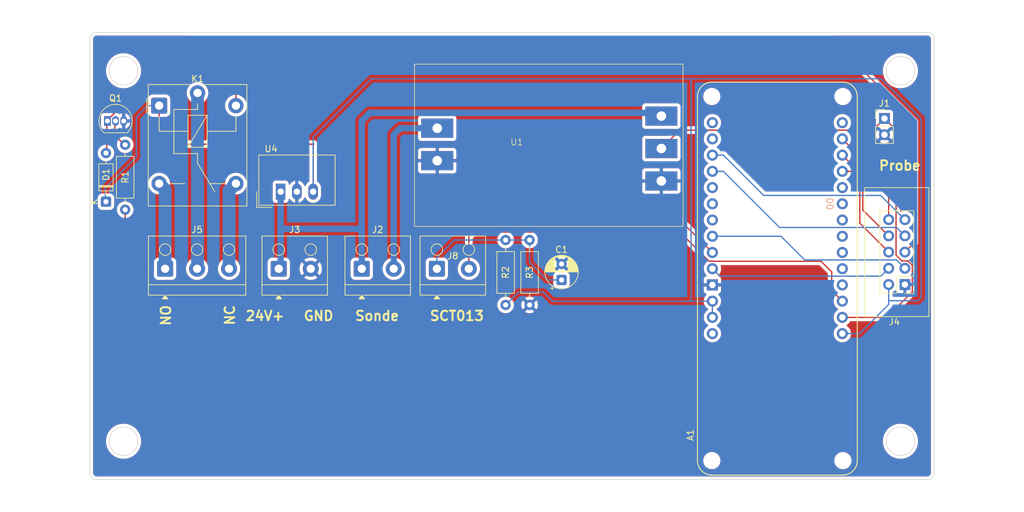
<source format=kicad_pcb>
(kicad_pcb (version 20241229) (generator "pcbnew") (generator_version "9.0")
  (title_block (title "24V, SCT033 Vertical") (date "2025-05-12") (rev "1.0"))
  (layers (0 "F.Cu" signal) (2 "B.Cu" signal) (13 "F.Paste" user) (15 "B.Paste" user) (5 "F.SilkS" user "F.Silkscreen") (7 "B.SilkS" user "B.Silkscreen") (1 "F.Mask" user) (3 "B.Mask" user) (25 "Edge.Cuts" user))
  (property "VERSION" "1.0")
  (net 0 "")
  (net 1 "SCL")
  (net 6 "SDA")
  (net 9 "VCC")
  (net 11 "CS")
  (net 13 "Net-(A1-A0{slash}DAC)")
  (net 16 "/K")
  (net 17 "GND")
  (net 18 "MODE")
  (net 20 "RST")
  (net 22 "Reset")
  (net 23 "DC")
  (net 24 "VALVE")
  (net 25 "/Sonde Output")
  (net 26 "VCC24")
  (net 27 "/Ventil")
  (net 28 "/Zisterne")
  (net 29 "/Hauswasser")
  (net 30 "/L")
  (net 32 "STATE")
  (net 33 "Net-(Q1-B)")
  (footprint "Resistor_THT:R_Axial_DIN0207_L6.3mm_D2.5mm_P10.16mm_Horizontal" (layer "F.Cu") (at 141.75 99.66 90)
    (property "Reference" "R3" (at 5.08 0 90) (layer "F.SilkS"))
    (property "Value" "10k")
    (fp_line (start 9.12 0) (end 8.35 0) (stroke (width 0.12)) (layer "F.SilkS"))
    (fp_line (start 1.04 0) (end 1.81 0) (stroke (width 0.12)) (layer "F.SilkS"))
    (fp_rect (start 1.81 -1.37) (end 8.35 1.37) (stroke (width 0.12)) (fill no) (layer "F.SilkS"))
    (pad "1" thru_hole circle (at 0 0 90) (size 1.6 1.6) (drill 0.8) (layers "*.Cu" "*.Mask") (net 17 "GND"))
    (pad "2" thru_hole circle (at 10.16 0 90) (size 1.6 1.6) (drill 0.8) (layers "*.Cu" "*.Mask") (net 30 "/L"))
  )
  (footprint "Connector_PinHeader_2.54mm:PinHeader_1x02_P2.54mm_Vertical" (layer "F.Cu") (at 197.25 70.475)
    (property "Reference" "J1" (at 0 -2.38 0) (layer "F.SilkS"))
    (property "Value" "Probe")
    (fp_line (start -1.38 -1.38) (end 0 -1.38) (stroke (width 0.12)) (layer "F.SilkS"))
    (fp_line (start -1.38 0) (end -1.38 -1.38) (stroke (width 0.12)) (layer "F.SilkS"))
    (fp_line (start -1.38 1.27) (end -1.38 3.92) (stroke (width 0.12)) (layer "F.SilkS"))
    (fp_line (start -1.38 1.27) (end 1.38 1.27) (stroke (width 0.12)) (layer "F.SilkS"))
    (fp_line (start -1.38 3.92) (end 1.38 3.92) (stroke (width 0.12)) (layer "F.SilkS"))
    (fp_line (start 1.38 1.27) (end 1.38 3.92) (stroke (width 0.12)) (layer "F.SilkS"))
    (pad "1" thru_hole rect (at 0 0) (size 1.7 1.7) (drill 1) (layers "*.Cu" "*.Mask") (net 13 "Net-(A1-A0{slash}DAC)"))
    (pad "2" thru_hole circle (at 0 2.54) (size 1.7 1.7) (drill 1) (layers "*.Cu" "*.Mask") (net 17 "GND"))
  )
  (footprint "TerminalBlock_RND:TerminalBlock_RND_205-00001_1x02_P5.00mm_Horizontal" (layer "F.Cu") (at 127.25 94)
    (property "Reference" "J8" (at 2.5 -2 0) (layer "F.SilkS"))
    (property "Value" "SCT013")
    (fp_line (start -2.62 -5.12) (end 7.62 -5.12) (stroke (width 0.12)) (layer "F.SilkS"))
    (fp_line (start -2.62 2.5) (end 7.62 2.5) (stroke (width 0.12)) (layer "F.SilkS"))
    (fp_line (start -2.62 4.12) (end -2.62 -5.12) (stroke (width 0.12)) (layer "F.SilkS"))
    (fp_line (start -0.3 4.12) (end -2.62 4.12) (stroke (width 0.12)) (layer "F.SilkS"))
    (fp_line (start 7.62 -5.12) (end 7.62 4.12) (stroke (width 0.12)) (layer "F.SilkS"))
    (fp_line (start 7.62 4.12) (end 0.3 4.12) (stroke (width 0.12)) (layer "F.SilkS"))
    (fp_circle (center 0 -3) (end 0.9 -3) (stroke (width 0.12)) (fill no) (layer "F.SilkS"))
    (fp_circle (center 5 -3) (end 5.9 -3) (stroke (width 0.12)) (fill no) (layer "F.SilkS"))
    (fp_poly (pts (xy 0 4.12) (xy 0.44 4.73) (xy -0.44 4.73)) (stroke (width 0.12)) (fill yes) (layer "F.SilkS"))
    (pad "1" thru_hole roundrect (at 0 0) (size 2.5 2.5) (drill 1.3) (layers "*.Cu" "*.Mask") (roundrect_rratio 0.1) (net 30 "/L"))
    (pad "2" thru_hole circle (at 5 0) (size 2.5 2.5) (drill 1.3) (layers "*.Cu" "*.Mask") (net 16 "/K"))
  )
  (footprint "Diode_THT:D_DO-35_SOD27_P7.62mm_Horizontal" (layer "F.Cu") (at 75.5 83.5 90)
    (property "Reference" "D1" (at 4.25 0 90) (layer "F.SilkS"))
    (property "Value" "1N4148")
    (fp_line (start 2.53 -1.12) (end 2.53 1.12) (stroke (width 0.12)) (layer "F.SilkS"))
    (fp_line (start 2.41 -1.12) (end 2.41 1.12) (stroke (width 0.12)) (layer "F.SilkS"))
    (fp_line (start 2.29 -1.12) (end 2.29 1.12) (stroke (width 0.12)) (layer "F.SilkS"))
    (fp_line (start 6.58 0) (end 5.93 0) (stroke (width 0.12)) (layer "F.SilkS"))
    (fp_line (start 1.04 0) (end 1.69 0) (stroke (width 0.12)) (layer "F.SilkS"))
    (fp_rect (start 1.69 -1.12) (end 5.93 1.12) (stroke (width 0.12)) (fill no) (layer "F.SilkS"))
    (fp_text user "K" (at 0 -1.8 90) (layer "F.SilkS"))
    (pad "1" thru_hole roundrect (at 0 0 90) (size 1.6 1.6) (drill 0.8) (layers "*.Cu" "*.Mask") (roundrect_rratio 0.15625) (net 9 "VCC"))
    (pad "2" thru_hole circle (at 7.62 0 90) (size 1.6 1.6) (drill 0.8) (layers "*.Cu" "*.Mask") (net 32 "STATE"))
  )
  (footprint "TerminalBlock_RND:TerminalBlock_RND_205-00001_1x02_P5.00mm_Horizontal" (layer "F.Cu") (at 102.523 94)
    (property "Reference" "J3" (at 2.5 -6.12 0) (layer "F.SilkS"))
    (property "Value" "Power")
    (fp_line (start -2.62 -5.12) (end 7.62 -5.12) (stroke (width 0.12)) (layer "F.SilkS"))
    (fp_line (start -2.62 2.5) (end 7.62 2.5) (stroke (width 0.12)) (layer "F.SilkS"))
    (fp_line (start -2.62 4.12) (end -2.62 -5.12) (stroke (width 0.12)) (layer "F.SilkS"))
    (fp_line (start -0.3 4.12) (end -2.62 4.12) (stroke (width 0.12)) (layer "F.SilkS"))
    (fp_line (start 7.62 -5.12) (end 7.62 4.12) (stroke (width 0.12)) (layer "F.SilkS"))
    (fp_line (start 7.62 4.12) (end 0.3 4.12) (stroke (width 0.12)) (layer "F.SilkS"))
    (fp_circle (center 0 -3) (end 0.9 -3) (stroke (width 0.12)) (fill no) (layer "F.SilkS"))
    (fp_circle (center 5 -3) (end 5.9 -3) (stroke (width 0.12)) (fill no) (layer "F.SilkS"))
    (fp_poly (pts (xy 0 4.12) (xy 0.44 4.73) (xy -0.44 4.73)) (stroke (width 0.12)) (fill yes) (layer "F.SilkS"))
    (pad "1" thru_hole roundrect (at 0 0) (size 2.5 2.5) (drill 1.3) (layers "*.Cu" "*.Mask") (roundrect_rratio 0.1) (net 26 "VCC24"))
    (pad "2" thru_hole circle (at 5 0) (size 2.5 2.5) (drill 1.3) (layers "*.Cu" "*.Mask") (net 17 "GND"))
  )
  (footprint "PCM_arduino-library:Arduino_MKR_Zero_Socket" (layer "F.Cu") (at 170.25 124.0348 90)
    (property "Reference" "A1" (at 4 -3.35 90) (layer "F.SilkS"))
    (property "Value" "Arduino_MKR_Zero_Socket")
    (fp_line (start 0 -2.25) (end 57 -2.25) (stroke (width 0.15)) (layer "F.SilkS"))
    (fp_line (start 59.25 20.5) (end 59.25 0) (stroke (width 0.15)) (layer "F.SilkS"))
    (fp_line (start -2.25 20.5) (end -2.25 0) (stroke (width 0.15)) (layer "F.SilkS"))
    (fp_line (start 0 22.75) (end 57 22.75) (stroke (width 0.15)) (layer "F.SilkS"))
    (fp_arc (start 57 -2.25) (mid 58.59099 -1.59099) (end 59.25 0) (stroke (width 0.15)) (layer "F.SilkS"))
    (fp_arc (start -2.25 0) (mid -1.59099 -1.59099) (end 0 -2.25) (stroke (width 0.15)) (layer "F.SilkS"))
    (fp_arc (start 59.25 20.5) (mid 58.59099 22.09099) (end 57 22.75) (stroke (width 0.15)) (layer "F.SilkS"))
    (fp_arc (start 0 22.75) (mid -1.59099 22.09099) (end -2.25 20.5) (stroke (width 0.15)) (layer "F.SilkS"))
    (fp_text user "D0" (at 40.2048 18.505 90) (layer "F.SilkS"))
    (fp_text user "D0" (at 40.2048 18.505 90) (layer "B.SilkS") (effects (justify mirror)))
    (pad "" np_thru_hole circle (at 0 0 90) (size 2.2 2.2) (drill 2.2) (layers "*.Cu" "*.Mask"))
    (pad "" np_thru_hole circle (at 0 20.5 90) (size 2.2 2.2) (drill 2.2) (layers "*.Cu" "*.Mask"))
    (pad "" np_thru_hole circle (at 57 0 90) (size 2.2 2.2) (drill 2.2) (layers "*.Cu" "*.Mask"))
    (pad "" np_thru_hole circle (at 57 20.5 90) (size 2.2 2.2) (drill 2.2) (layers "*.Cu" "*.Mask"))
    (pad "3V3" thru_hole circle (at 24.9648 0.09 90) (size 1.7272 1.7272) (drill 1.016) (layers "*.Cu" "*.Mask") (net 9 "VCC"))
    (pad "5V" thru_hole circle (at 19.8848 0.09 90) (size 1.7272 1.7272) (drill 1.016) (layers "*.Cu" "*.Mask"))
    (pad "A0" thru_hole circle (at 22.4248 20.41 90) (size 1.7272 1.7272) (drill 1.016) (layers "*.Cu" "*.Mask") (net 13 "Net-(A1-A0{slash}DAC)"))
    (pad "A1" thru_hole circle (at 24.9648 20.41 90) (size 1.7272 1.7272) (drill 1.016) (layers "*.Cu" "*.Mask") (net 16 "/K"))
    (pad "A2" thru_hole circle (at 27.5048 20.41 90) (size 1.7272 1.7272) (drill 1.016) (layers "*.Cu" "*.Mask"))
    (pad "A3" thru_hole circle (at 30.0448 20.41 90) (size 1.7272 1.7272) (drill 1.016) (layers "*.Cu" "*.Mask"))
    (pad "A4" thru_hole circle (at 32.5848 20.41 90) (size 1.7272 1.7272) (drill 1.016) (layers "*.Cu" "*.Mask"))
    (pad "A5" thru_hole circle (at 35.1248 20.41 90) (size 1.7272 1.7272) (drill 1.016) (layers "*.Cu" "*.Mask"))
    (pad "A6" thru_hole circle (at 37.6648 20.41 90) (size 1.7272 1.7272) (drill 1.016) (layers "*.Cu" "*.Mask"))
    (pad "AREF" thru_hole circle (at 19.8848 20.41 90) (size 1.7272 1.7272) (drill 1.016) (layers "*.Cu" "*.Mask") (net 9 "VCC"))
    (pad "D0" thru_hole circle (at 40.2048 20.41 90) (size 1.7272 1.7272) (drill 1.016) (layers "*.Cu" "*.Mask"))
    (pad "D1" thru_hole circle (at 42.7448 20.41 90) (size 1.7272 1.7272) (drill 1.016) (layers "*.Cu" "*.Mask"))
    (pad "D2" thru_hole circle (at 45.2848 20.41 90) (size 1.7272 1.7272) (drill 1.016) (layers "*.Cu" "*.Mask") (net 11 "CS"))
    (pad "D3" thru_hole circle (at 47.8248 20.41 90) (size 1.7272 1.7272) (drill 1.016) (layers "*.Cu" "*.Mask") (net 23 "DC"))
    (pad "D4" thru_hole circle (at 50.3648 20.41 90) (size 1.7272 1.7272) (drill 1.016) (layers "*.Cu" "*.Mask") (net 20 "RST"))
    (pad "D5" thru_hole circle (at 52.9048 20.41 90) (size 1.7272 1.7272) (drill 1.016) (layers "*.Cu" "*.Mask"))
    (pad "D6" thru_hole circle (at 52.9048 0.09 90) (size 1.7272 1.7272) (drill 1.016) (layers "*.Cu" "*.Mask"))
    (pad "D7" thru_hole circle (at 50.3648 0.09 90) (size 1.7272 1.7272) (drill 1.016) (layers "*.Cu" "*.Mask"))
    (pad "D8" thru_hole circle (at 47.8248 0.09 90) (size 1.7272 1.7272) (drill 1.016) (layers "*.Cu" "*.Mask") (net 6 "SDA"))
    (pad "D9" thru_hole circle (at 45.2848 0.09 90) (size 1.7272 1.7272) (drill 1.016) (layers "*.Cu" "*.Mask") (net 1 "SCL"))
    (pad "D10" thru_hole circle (at 42.7448 0.09 90) (size 1.7272 1.7272) (drill 1.016) (layers "*.Cu" "*.Mask"))
    (pad "D11" thru_hole circle (at 40.2048 0.09 90) (size 1.7272 1.7272) (drill 1.016) (layers "*.Cu" "*.Mask"))
    (pad "D12" thru_hole circle (at 37.6648 0.09 90) (size 1.7272 1.7272) (drill 1.016) (layers "*.Cu" "*.Mask"))
    (pad "D13" thru_hole circle (at 35.1248 0.09 90) (size 1.7272 1.7272) (drill 1.016) (layers "*.Cu" "*.Mask") (net 18 "MODE"))
    (pad "D14" thru_hole circle (at 32.5848 0.09 90) (size 1.7272 1.7272) (drill 1.016) (layers "*.Cu" "*.Mask") (net 24 "VALVE"))
    (pad "GND" thru_hole rect (at 27.5048 0.09 90) (size 1.7272 1.7272) (drill 1.016) (layers "*.Cu" "*.Mask") (net 17 "GND"))
    (pad "RST" thru_hole circle (at 30.0448 0.09 90) (size 1.7272 1.7272) (drill 1.016) (layers "*.Cu" "*.Mask") (net 22 "Reset"))
    (pad "VIN" thru_hole circle (at 22.4248 0.09 90) (size 1.7272 1.7272) (drill 1.016) (layers "*.Cu" "*.Mask") (net 9 "VCC"))
  )
  (footprint "Converter_DCDC:Converter_DCDC_TRACO_TSR-1_THT" (layer "F.Cu") (at 102.8175 81.9325)
    (property "Reference" "U4" (at -1.5 -6.71 0) (layer "F.SilkS"))
    (property "Value" "TSR_1-2433")
    (fp_line (start -3.75 0) (end -3.75 2.45) (stroke (width 0.12)) (layer "F.SilkS"))
    (fp_line (start -3.75 2.45) (end -1.42 2.45) (stroke (width 0.12)) (layer "F.SilkS"))
    (fp_line (start -3.42 -5.73) (end 8.52 -5.73) (stroke (width 0.12)) (layer "F.SilkS"))
    (fp_line (start -3.42 2.12) (end -3.42 -5.73) (stroke (width 0.12)) (layer "F.SilkS"))
    (fp_line (start 8.52 -5.73) (end 8.52 2.12) (stroke (width 0.12)) (layer "F.SilkS"))
    (fp_line (start 8.52 2.12) (end -3.42 2.12) (stroke (width 0.12)) (layer "F.SilkS"))
    (pad "1" thru_hole rect (at 0 0) (size 1.5 2.5) (drill 1) (layers "*.Cu" "*.Mask") (net 26 "VCC24"))
    (pad "2" thru_hole oval (at 2.54 0) (size 1.5 2.5) (drill 1) (layers "*.Cu" "*.Mask") (net 17 "GND"))
    (pad "3" thru_hole oval (at 5.08 0) (size 1.5 2.5) (drill 1) (layers "*.Cu" "*.Mask") (net 9 "VCC"))
  )
  (footprint "My Library:WSL 10G" (layer "F.Cu") (at 200.45 96.4675 180)
    (property "Reference" "J4" (at 1.651 -5.842 180) (layer "F.SilkS"))
    (property "Value" "D_Connector")
    (fp_line (start 3.92 -1.38) (end 3.92 11.54) (stroke (width 0.12)) (layer "F.SilkS"))
    (fp_line (start 1.27 1.27) (end 1.27 -1.38) (stroke (width 0.12)) (layer "F.SilkS"))
    (fp_line (start 1.27 -1.38) (end 3.92 -1.38) (stroke (width 0.12)) (layer "F.SilkS"))
    (fp_line (start -1.38 11.54) (end 3.92 11.54) (stroke (width 0.12)) (layer "F.SilkS"))
    (fp_line (start -1.38 1.27) (end 1.27 1.27) (stroke (width 0.12)) (layer "F.SilkS"))
    (fp_line (start -1.38 1.27) (end -1.38 11.54) (stroke (width 0.12)) (layer "F.SilkS"))
    (fp_line (start -1.38 0) (end -1.38 -1.38) (stroke (width 0.12)) (layer "F.SilkS"))
    (fp_line (start -1.38 -1.397) (end 0 -1.397) (stroke (width 0.12)) (layer "F.SilkS"))
    (fp_rect (start -3.7465 -5.0165) (end 6.2865 15.1765) (stroke (width 0.12)) (fill no) (layer "F.SilkS"))
    (pad "1" thru_hole rect (at 0 0 180) (size 1.7 1.7) (drill 1) (layers "*.Cu" "*.Mask") (net 17 "GND"))
    (pad "2" thru_hole circle (at 2.54 0 180) (size 1.7 1.7) (drill 1) (layers "*.Cu" "*.Mask") (net 9 "VCC"))
    (pad "3" thru_hole circle (at 0 2.54 180) (size 1.7 1.7) (drill 1) (layers "*.Cu" "*.Mask") (net 18 "MODE"))
    (pad "4" thru_hole circle (at 2.54 2.54 180) (size 1.7 1.7) (drill 1) (layers "*.Cu" "*.Mask") (net 22 "Reset"))
    (pad "5" thru_hole circle (at 0 5.08 180) (size 1.7 1.7) (drill 1) (layers "*.Cu" "*.Mask") (net 32 "STATE"))
    (pad "6" thru_hole circle (at 2.54 5.08 180) (size 1.7 1.7) (drill 1) (layers "*.Cu" "*.Mask") (net 11 "CS"))
    (pad "7" thru_hole circle (at 0 7.62 180) (size 1.7 1.7) (drill 1) (layers "*.Cu" "*.Mask") (net 1 "SCL"))
    (pad "8" thru_hole circle (at 2.54 7.62 180) (size 1.7 1.7) (drill 1) (layers "*.Cu" "*.Mask") (net 23 "DC"))
    (pad "9" thru_hole circle (at 0 10.16 180) (size 1.7 1.7) (drill 1) (layers "*.Cu" "*.Mask") (net 6 "SDA"))
    (pad "10" thru_hole circle (at 2.54 10.16 180) (size 1.7 1.7) (drill 1) (layers "*.Cu" "*.Mask") (net 20 "RST"))
  )
  (footprint "Resistor_THT:R_Axial_DIN0207_L6.3mm_D2.5mm_P10.16mm_Horizontal" (layer "F.Cu") (at 138 89.5 -90)
    (property "Reference" "R2" (at 5.08 0 270) (layer "F.SilkS"))
    (property "Value" "10k")
    (fp_line (start 1.04 0) (end 1.81 0) (stroke (width 0.12)) (layer "F.SilkS"))
    (fp_line (start 9.12 0) (end 8.35 0) (stroke (width 0.12)) (layer "F.SilkS"))
    (fp_rect (start 1.81 -1.37) (end 8.35 1.37) (stroke (width 0.12)) (fill no) (layer "F.SilkS"))
    (pad "1" thru_hole circle (at 0 0 270) (size 1.6 1.6) (drill 0.8) (layers "*.Cu" "*.Mask") (net 30 "/L"))
    (pad "2" thru_hole circle (at 10.16 0 270) (size 1.6 1.6) (drill 0.8) (layers "*.Cu" "*.Mask") (net 9 "VCC"))
  )
  (footprint "Resistor_THT:R_Axial_DIN0207_L6.3mm_D2.5mm_P10.16mm_Horizontal" (layer "F.Cu") (at 78.5 84.75 90)
    (property "Reference" "R1" (at 5.08 0 90) (layer "F.SilkS"))
    (property "Value" "330")
    (fp_line (start 9.12 0) (end 8.35 0) (stroke (width 0.12)) (layer "F.SilkS"))
    (fp_line (start 1.04 0) (end 1.81 0) (stroke (width 0.12)) (layer "F.SilkS"))
    (fp_rect (start 1.81 -1.37) (end 8.35 1.37) (stroke (width 0.12)) (fill no) (layer "F.SilkS"))
    (pad "1" thru_hole circle (at 0 0 90) (size 1.6 1.6) (drill 0.8) (layers "*.Cu" "*.Mask") (net 24 "VALVE"))
    (pad "2" thru_hole circle (at 10.16 0 90) (size 1.6 1.6) (drill 0.8) (layers "*.Cu" "*.Mask") (net 33 "Net-(Q1-B)"))
  )
  (footprint "Relay_THT:Relay_SPDT_Finder_36.11" (layer "F.Cu") (at 83.8175 68.467)
    (property "Reference" "K1" (at 6 -4.2 0) (layer "F.SilkS"))
    (property "Value" "FINDER-36.11")
    (fp_line (start -1.95 -1.15) (end -1.95 1.15) (stroke (width 0.12)) (layer "F.SilkS"))
    (fp_line (start -1.71 15.7) (end -1.71 -3.31) (stroke (width 0.12)) (layer "F.SilkS"))
    (fp_line (start 0 1.7) (end 0 4) (stroke (width 0.12)) (layer "F.SilkS"))
    (fp_line (start 1.7 12.2) (end 4 12.2) (stroke (width 0.12)) (layer "F.SilkS"))
    (fp_line (start 2.3 7.5) (end 2.3 0.6) (stroke (width 0.12)) (layer "F.SilkS"))
    (fp_line (start 4.5 1.5) (end 7.5 1.5) (stroke (width 0.12)) (layer "F.SilkS"))
    (fp_line (start 4.5 4) (end 0 4) (stroke (width 0.12)) (layer "F.SilkS"))
    (fp_line (start 4.5 6.5) (end 4.5 1.5) (stroke (width 0.12)) (layer "F.SilkS"))
    (fp_line (start 4.5 6.5) (end 7.5 1.5) (stroke (width 0.12)) (layer "F.SilkS"))
    (fp_line (start 4.8 -3.31) (end -1.71 -3.31) (stroke (width 0.12)) (layer "F.SilkS"))
    (fp_line (start 6 0.6) (end 2.3 0.6) (stroke (width 0.12)) (layer "F.SilkS"))
    (fp_line (start 6 0.6) (end 6 -0.3) (stroke (width 0.12)) (layer "F.SilkS"))
    (fp_line (start 6 7.5) (end 2.3 7.5) (stroke (width 0.12)) (layer "F.SilkS"))
    (fp_line (start 6 7.5) (end 6 9) (stroke (width 0.12)) (layer "F.SilkS"))
    (fp_line (start 6 9) (end 8.7 13.5) (stroke (width 0.12)) (layer "F.SilkS"))
    (fp_line (start 7.5 1.5) (end 7.5 6.5) (stroke (width 0.12)) (layer "F.SilkS"))
    (fp_line (start 7.5 6.5) (end 4.5 6.5) (stroke (width 0.12)) (layer "F.SilkS"))
    (fp_line (start 10.3 12.2) (end 8 12.2) (stroke (width 0.12)) (layer "F.SilkS"))
    (fp_line (start 12 4) (end 7.5 4) (stroke (width 0.12)) (layer "F.SilkS"))
    (fp_line (start 12 4) (end 12 1.7) (stroke (width 0.12)) (layer "F.SilkS"))
    (fp_line (start 13.71 -3.31) (end 7.2 -3.31) (stroke (width 0.12)) (layer "F.SilkS"))
    (fp_line (start 13.71 -3.31) (end 13.71 15.71) (stroke (width 0.12)) (layer "F.SilkS"))
    (fp_line (start 13.71 15.71) (end -1.71 15.71) (stroke (width 0.12)) (layer "F.SilkS"))
    (pad "11" thru_hole circle (at 6 -2) (size 2.4 2.4) (drill 1.3) (layers "*.Cu" "*.Mask") (net 27 "/Ventil"))
    (pad "12" thru_hole circle (at 12 12.2) (size 2.4 2.4) (drill 1.3) (layers "*.Cu" "*.Mask") (net 28 "/Zisterne"))
    (pad "14" thru_hole circle (at 0 12.2) (size 2.4 2.4) (drill 1.3) (layers "*.Cu" "*.Mask") (net 29 "/Hauswasser"))
    (pad "A1" thru_hole roundrect (at 0 0) (size 2.5 2.5) (drill 1.3) (layers "*.Cu" "*.Mask") (roundrect_rratio 0.1) (net 9 "VCC"))
    (pad "A2" thru_hole circle (at 12 0) (size 2.4 2.4) (drill 1.3) (layers "*.Cu" "*.Mask") (net 32 "STATE"))
  )
  (footprint "My Library:Konverter" (layer "F.Cu") (at 139.75 74.667)
    (property "Reference" "U1" (at 0 -0.5 0) (layer "F.SilkS") (effects (font (thickness 0.1))))
    (property "Value" "~")
    (fp_rect (start -16 -12.7) (end 26 12.7) (stroke (width 0.1)) (fill no) (layer "F.SilkS"))
    (pad "1" thru_hole rect (at -12.446 -2.667) (size 5 3) (drill 1.5) (layers "*.Cu" "*.Mask") (net 25 "/Sonde Output"))
    (pad "2" thru_hole rect (at -12.446 2.413) (size 5 3) (drill 1.5) (layers "*.Cu" "*.Mask") (net 17 "GND"))
    (pad "3" thru_hole rect (at 22.606 -4.572) (size 5 3) (drill 1.5) (layers "*.Cu" "*.Mask") (net 26 "VCC24"))
    (pad "4" thru_hole rect (at 22.606 0.508) (size 5 3) (drill 1.5) (layers "*.Cu" "*.Mask") (net 13 "Net-(A1-A0{slash}DAC)"))
    (pad "5" thru_hole rect (at 22.606 5.588) (size 5 3) (drill 1.5) (layers "*.Cu" "*.Mask") (net 17 "GND"))
  )
  (footprint "TerminalBlock_RND:TerminalBlock_RND_205-00002_1x03_P5.00mm_Horizontal" (layer "F.Cu") (at 84.75 94)
    (property "Reference" "J5" (at 5 -6.12 0) (layer "F.SilkS"))
    (property "Value" "HayRain 3 Way")
    (fp_line (start -2.62 -5.12) (end 12.62 -5.12) (stroke (width 0.12)) (layer "F.SilkS"))
    (fp_line (start -2.62 2.5) (end 12.62 2.5) (stroke (width 0.12)) (layer "F.SilkS"))
    (fp_line (start -2.62 4.12) (end -2.62 -5.12) (stroke (width 0.12)) (layer "F.SilkS"))
    (fp_line (start -0.3 4.12) (end -2.62 4.12) (stroke (width 0.12)) (layer "F.SilkS"))
    (fp_line (start 12.62 -5.12) (end 12.62 4.12) (stroke (width 0.12)) (layer "F.SilkS"))
    (fp_line (start 12.62 4.12) (end 0.3 4.12) (stroke (width 0.12)) (layer "F.SilkS"))
    (fp_circle (center 0 -3) (end 0.9 -3) (stroke (width 0.12)) (fill no) (layer "F.SilkS"))
    (fp_circle (center 5 -3) (end 5.9 -3) (stroke (width 0.12)) (fill no) (layer "F.SilkS"))
    (fp_circle (center 10 -3) (end 10.9 -3) (stroke (width 0.12)) (fill no) (layer "F.SilkS"))
    (fp_poly (pts (xy 0 4.12) (xy 0.44 4.73) (xy -0.44 4.73)) (stroke (width 0.12)) (fill yes) (layer "F.SilkS"))
    (pad "1" thru_hole roundrect (at 0 0) (size 2.5 2.5) (drill 1.3) (layers "*.Cu" "*.Mask") (roundrect_rratio 0.1) (net 29 "/Hauswasser"))
    (pad "2" thru_hole circle (at 5 0) (size 2.5 2.5) (drill 1.3) (layers "*.Cu" "*.Mask") (net 27 "/Ventil"))
    (pad "3" thru_hole circle (at 10 0) (size 2.5 2.5) (drill 1.3) (layers "*.Cu" "*.Mask") (net 28 "/Zisterne"))
  )
  (footprint "TerminalBlock_RND:TerminalBlock_RND_205-00001_1x02_P5.00mm_Horizontal" (layer "F.Cu") (at 115.5 94)
    (property "Reference" "J2" (at 2.5 -6.12 0) (layer "F.SilkS"))
    (property "Value" "Sonde")
    (fp_line (start -2.62 -5.12) (end 7.62 -5.12) (stroke (width 0.12)) (layer "F.SilkS"))
    (fp_line (start -2.62 2.5) (end 7.62 2.5) (stroke (width 0.12)) (layer "F.SilkS"))
    (fp_line (start -2.62 4.12) (end -2.62 -5.12) (stroke (width 0.12)) (layer "F.SilkS"))
    (fp_line (start -0.3 4.12) (end -2.62 4.12) (stroke (width 0.12)) (layer "F.SilkS"))
    (fp_line (start 7.62 -5.12) (end 7.62 4.12) (stroke (width 0.12)) (layer "F.SilkS"))
    (fp_line (start 7.62 4.12) (end 0.3 4.12) (stroke (width 0.12)) (layer "F.SilkS"))
    (fp_circle (center 0 -3) (end 0.9 -3) (stroke (width 0.12)) (fill no) (layer "F.SilkS"))
    (fp_circle (center 5 -3) (end 5.9 -3) (stroke (width 0.12)) (fill no) (layer "F.SilkS"))
    (fp_poly (pts (xy 0 4.12) (xy 0.44 4.73) (xy -0.44 4.73)) (stroke (width 0.12)) (fill yes) (layer "F.SilkS"))
    (pad "1" thru_hole roundrect (at 0 0) (size 2.5 2.5) (drill 1.3) (layers "*.Cu" "*.Mask") (roundrect_rratio 0.1) (net 26 "VCC24"))
    (pad "2" thru_hole circle (at 5 0) (size 2.5 2.5) (drill 1.3) (layers "*.Cu" "*.Mask") (net 25 "/Sonde Output"))
  )
  (footprint "Package_TO_SOT_THT:TO-92_Inline" (layer "F.Cu") (at 75.73 70.86)
    (property "Reference" "Q1" (at 1.27 -3.56 0) (layer "F.SilkS"))
    (property "Value" "BC337")
    (fp_line (start -0.53 1.85) (end 3.07 1.85) (stroke (width 0.12)) (layer "F.SilkS"))
    (fp_arc (start -0.568478 1.838478) (mid -1.132087 -0.994977) (end 1.27 -2.6) (stroke (width 0.12)) (layer "F.SilkS"))
    (fp_arc (start 1.27 -2.6) (mid 3.672087 -0.994977) (end 3.108478 1.838478) (stroke (width 0.12)) (layer "F.SilkS"))
    (pad "1" thru_hole rect (at 0 0) (size 1.05 1.5) (drill 0.75) (layers "*.Cu" "*.Mask") (net 32 "STATE"))
    (pad "2" thru_hole oval (at 1.27 0) (size 1.05 1.5) (drill 0.75) (layers "*.Cu" "*.Mask") (net 33 "Net-(Q1-B)"))
    (pad "3" thru_hole oval (at 2.54 0) (size 1.05 1.5) (drill 0.75) (layers "*.Cu" "*.Mask") (net 17 "GND"))
  )
  (footprint "Capacitor_THT:CP_Radial_D5.0mm_P2.50mm" (layer "F.Cu") (at 146.75 95.75 90)
    (property "Reference" "C1" (at 4.75 0 180) (layer "F.SilkS"))
    (property "Value" "10uF")
    (fp_line (start 1.29 -2.58) (end 1.29 2.58) (stroke (width 0.12)) (layer "F.SilkS"))
    (fp_line (start 1.25 -2.58) (end 1.25 2.58) (stroke (width 0.12)) (layer "F.SilkS"))
    (fp_line (start 1.33 -2.579) (end 1.33 2.579) (stroke (width 0.12)) (layer "F.SilkS"))
    (fp_line (start 1.37 -2.577) (end 1.37 2.577) (stroke (width 0.12)) (layer "F.SilkS"))
    (fp_line (start 1.41 -2.575) (end 1.41 2.575) (stroke (width 0.12)) (layer "F.SilkS"))
    (fp_line (start 1.45 -2.572) (end 1.45 2.572) (stroke (width 0.12)) (layer "F.SilkS"))
    (fp_line (start 1.49 -2.569) (end 1.49 -1.04) (stroke (width 0.12)) (layer "F.SilkS"))
    (fp_line (start 1.53 -2.565) (end 1.53 -1.04) (stroke (width 0.12)) (layer "F.SilkS"))
    (fp_line (start 1.57 -2.56) (end 1.57 -1.04) (stroke (width 0.12)) (layer "F.SilkS"))
    (fp_line (start 1.61 -2.555) (end 1.61 -1.04) (stroke (width 0.12)) (layer "F.SilkS"))
    (fp_line (start 1.65 -2.549) (end 1.65 -1.04) (stroke (width 0.12)) (layer "F.SilkS"))
    (fp_line (start 1.69 -2.543) (end 1.69 -1.04) (stroke (width 0.12)) (layer "F.SilkS"))
    (fp_line (start 1.73 -2.536) (end 1.73 -1.04) (stroke (width 0.12)) (layer "F.SilkS"))
    (fp_line (start 1.77 -2.528) (end 1.77 -1.04) (stroke (width 0.12)) (layer "F.SilkS"))
    (fp_line (start 1.81 -2.519) (end 1.81 -1.04) (stroke (width 0.12)) (layer "F.SilkS"))
    (fp_line (start 1.85 -2.51) (end 1.85 -1.04) (stroke (width 0.12)) (layer "F.SilkS"))
    (fp_line (start 1.89 -2.501) (end 1.89 -1.04) (stroke (width 0.12)) (layer "F.SilkS"))
    (fp_line (start 1.93 -2.49) (end 1.93 -1.04) (stroke (width 0.12)) (layer "F.SilkS"))
    (fp_line (start 1.97 -2.479) (end 1.97 -1.04) (stroke (width 0.12)) (layer "F.SilkS"))
    (fp_line (start 2.01 -2.467) (end 2.01 -1.04) (stroke (width 0.12)) (layer "F.SilkS"))
    (fp_line (start 2.05 -2.455) (end 2.05 -1.04) (stroke (width 0.12)) (layer "F.SilkS"))
    (fp_line (start 2.09 -2.442) (end 2.09 -1.04) (stroke (width 0.12)) (layer "F.SilkS"))
    (fp_line (start 2.13 -2.428) (end 2.13 -1.04) (stroke (width 0.12)) (layer "F.SilkS"))
    (fp_line (start 2.17 -2.413) (end 2.17 -1.04) (stroke (width 0.12)) (layer "F.SilkS"))
    (fp_line (start 2.21 -2.398) (end 2.21 -1.04) (stroke (width 0.12)) (layer "F.SilkS"))
    (fp_line (start 2.25 -2.382) (end 2.25 -1.04) (stroke (width 0.12)) (layer "F.SilkS"))
    (fp_line (start 2.29 -2.365) (end 2.29 -1.04) (stroke (width 0.12)) (layer "F.SilkS"))
    (fp_line (start 2.33 -2.347) (end 2.33 -1.04) (stroke (width 0.12)) (layer "F.SilkS"))
    (fp_line (start 2.37 -2.329) (end 2.37 -1.04) (stroke (width 0.12)) (layer "F.SilkS"))
    (fp_line (start 2.41 -2.309) (end 2.41 -1.04) (stroke (width 0.12)) (layer "F.SilkS"))
    (fp_line (start 2.45 -2.289) (end 2.45 -1.04) (stroke (width 0.12)) (layer "F.SilkS"))
    (fp_line (start 2.49 -2.268) (end 2.49 -1.04) (stroke (width 0.12)) (layer "F.SilkS"))
    (fp_line (start 2.53 -2.246) (end 2.53 -1.04) (stroke (width 0.12)) (layer "F.SilkS"))
    (fp_line (start 2.57 -2.223) (end 2.57 -1.04) (stroke (width 0.12)) (layer "F.SilkS"))
    (fp_line (start 2.61 -2.199) (end 2.61 -1.04) (stroke (width 0.12)) (layer "F.SilkS"))
    (fp_line (start 2.65 -2.175) (end 2.65 -1.04) (stroke (width 0.12)) (layer "F.SilkS"))
    (fp_line (start 2.69 -2.149) (end 2.69 -1.04) (stroke (width 0.12)) (layer "F.SilkS"))
    (fp_line (start 2.73 -2.122) (end 2.73 -1.04) (stroke (width 0.12)) (layer "F.SilkS"))
    (fp_line (start 2.77 -2.094) (end 2.77 -1.04) (stroke (width 0.12)) (layer "F.SilkS"))
    (fp_line (start 2.81 -2.065) (end 2.81 -1.04) (stroke (width 0.12)) (layer "F.SilkS"))
    (fp_line (start 2.85 -2.035) (end 2.85 -1.04) (stroke (width 0.12)) (layer "F.SilkS"))
    (fp_line (start 2.89 -2.003) (end 2.89 -1.04) (stroke (width 0.12)) (layer "F.SilkS"))
    (fp_line (start 2.93 -1.97) (end 2.93 -1.04) (stroke (width 0.12)) (layer "F.SilkS"))
    (fp_line (start 2.97 -1.936) (end 2.97 -1.04) (stroke (width 0.12)) (layer "F.SilkS"))
    (fp_line (start 3.01 -1.901) (end 3.01 -1.04) (stroke (width 0.12)) (layer "F.SilkS"))
    (fp_line (start 3.05 -1.864) (end 3.05 -1.04) (stroke (width 0.12)) (layer "F.SilkS"))
    (fp_line (start 3.09 -1.825) (end 3.09 -1.04) (stroke (width 0.12)) (layer "F.SilkS"))
    (fp_line (start 3.13 -1.785) (end 3.13 -1.04) (stroke (width 0.12)) (layer "F.SilkS"))
    (fp_line (start 3.17 -1.743) (end 3.17 -1.04) (stroke (width 0.12)) (layer "F.SilkS"))
    (fp_line (start -1.304775 -1.725) (end -1.304775 -1.225) (stroke (width 0.12)) (layer "F.SilkS"))
    (fp_line (start 3.21 -1.699) (end 3.21 -1.04) (stroke (width 0.12)) (layer "F.SilkS"))
    (fp_line (start 3.25 -1.652) (end 3.25 -1.04) (stroke (width 0.12)) (layer "F.SilkS"))
    (fp_line (start 3.29 -1.604) (end 3.29 -1.04) (stroke (width 0.12)) (layer "F.SilkS"))
    (fp_line (start 3.33 -1.553) (end 3.33 -1.04) (stroke (width 0.12)) (layer "F.SilkS"))
    (fp_line (start 3.37 -1.499) (end 3.37 -1.04) (stroke (width 0.12)) (layer "F.SilkS"))
    (fp_line (start -1.554775 -1.475) (end -1.054775 -1.475) (stroke (width 0.12)) (layer "F.SilkS"))
    (fp_line (start 3.41 -1.443) (end 3.41 -1.04) (stroke (width 0.12)) (layer "F.SilkS"))
    (fp_line (start 3.45 -1.383) (end 3.45 -1.04) (stroke (width 0.12)) (layer "F.SilkS"))
    (fp_line (start 3.49 -1.319) (end 3.49 -1.04) (stroke (width 0.12)) (layer "F.SilkS"))
    (fp_line (start 3.53 -1.251) (end 3.53 -1.04) (stroke (width 0.12)) (layer "F.SilkS"))
    (fp_line (start 3.57 -1.177) (end 3.57 1.177) (stroke (width 0.12)) (layer "F.SilkS"))
    (fp_line (start 3.61 -1.098) (end 3.61 1.098) (stroke (width 0.12)) (layer "F.SilkS"))
    (fp_line (start 3.65 -1.011) (end 3.65 1.011) (stroke (width 0.12)) (layer "F.SilkS"))
    (fp_line (start 3.69 -0.914) (end 3.69 0.914) (stroke (width 0.12)) (layer "F.SilkS"))
    (fp_line (start 3.73 -0.805) (end 3.73 0.805) (stroke (width 0.12)) (layer "F.SilkS"))
    (fp_line (start 3.77 -0.677) (end 3.77 0.677) (stroke (width 0.12)) (layer "F.SilkS"))
    (fp_line (start 3.81 -0.517) (end 3.81 0.517) (stroke (width 0.12)) (layer "F.SilkS"))
    (fp_line (start 3.85 -0.283) (end 3.85 0.283) (stroke (width 0.12)) (layer "F.SilkS"))
    (fp_line (start 3.53 1.04) (end 3.53 1.251) (stroke (width 0.12)) (layer "F.SilkS"))
    (fp_line (start 3.49 1.04) (end 3.49 1.319) (stroke (width 0.12)) (layer "F.SilkS"))
    (fp_line (start 3.45 1.04) (end 3.45 1.383) (stroke (width 0.12)) (layer "F.SilkS"))
    (fp_line (start 3.41 1.04) (end 3.41 1.443) (stroke (width 0.12)) (layer "F.SilkS"))
    (fp_line (start 3.37 1.04) (end 3.37 1.499) (stroke (width 0.12)) (layer "F.SilkS"))
    (fp_line (start 3.33 1.04) (end 3.33 1.553) (stroke (width 0.12)) (layer "F.SilkS"))
    (fp_line (start 3.29 1.04) (end 3.29 1.604) (stroke (width 0.12)) (layer "F.SilkS"))
    (fp_line (start 3.25 1.04) (end 3.25 1.652) (stroke (width 0.12)) (layer "F.SilkS"))
    (fp_line (start 3.21 1.04) (end 3.21 1.699) (stroke (width 0.12)) (layer "F.SilkS"))
    (fp_line (start 3.17 1.04) (end 3.17 1.743) (stroke (width 0.12)) (layer "F.SilkS"))
    (fp_line (start 3.13 1.04) (end 3.13 1.785) (stroke (width 0.12)) (layer "F.SilkS"))
    (fp_line (start 3.09 1.04) (end 3.09 1.825) (stroke (width 0.12)) (layer "F.SilkS"))
    (fp_line (start 3.05 1.04) (end 3.05 1.864) (stroke (width 0.12)) (layer "F.SilkS"))
    (fp_line (start 3.01 1.04) (end 3.01 1.901) (stroke (width 0.12)) (layer "F.SilkS"))
    (fp_line (start 2.97 1.04) (end 2.97 1.936) (stroke (width 0.12)) (layer "F.SilkS"))
    (fp_line (start 2.93 1.04) (end 2.93 1.97) (stroke (width 0.12)) (layer "F.SilkS"))
    (fp_line (start 2.89 1.04) (end 2.89 2.003) (stroke (width 0.12)) (layer "F.SilkS"))
    (fp_line (start 2.85 1.04) (end 2.85 2.035) (stroke (width 0.12)) (layer "F.SilkS"))
    (fp_line (start 2.81 1.04) (end 2.81 2.065) (stroke (width 0.12)) (layer "F.SilkS"))
    (fp_line (start 2.77 1.04) (end 2.77 2.094) (stroke (width 0.12)) (layer "F.SilkS"))
    (fp_line (start 2.73 1.04) (end 2.73 2.122) (stroke (width 0.12)) (layer "F.SilkS"))
    (fp_line (start 2.69 1.04) (end 2.69 2.149) (stroke (width 0.12)) (layer "F.SilkS"))
    (fp_line (start 2.65 1.04) (end 2.65 2.175) (stroke (width 0.12)) (layer "F.SilkS"))
    (fp_line (start 2.61 1.04) (end 2.61 2.199) (stroke (width 0.12)) (layer "F.SilkS"))
    (fp_line (start 2.57 1.04) (end 2.57 2.223) (stroke (width 0.12)) (layer "F.SilkS"))
    (fp_line (start 2.53 1.04) (end 2.53 2.246) (stroke (width 0.12)) (layer "F.SilkS"))
    (fp_line (start 2.49 1.04) (end 2.49 2.268) (stroke (width 0.12)) (layer "F.SilkS"))
    (fp_line (start 2.45 1.04) (end 2.45 2.289) (stroke (width 0.12)) (layer "F.SilkS"))
    (fp_line (start 2.41 1.04) (end 2.41 2.309) (stroke (width 0.12)) (layer "F.SilkS"))
    (fp_line (start 2.37 1.04) (end 2.37 2.329) (stroke (width 0.12)) (layer "F.SilkS"))
    (fp_line (start 2.33 1.04) (end 2.33 2.347) (stroke (width 0.12)) (layer "F.SilkS"))
    (fp_line (start 2.29 1.04) (end 2.29 2.365) (stroke (width 0.12)) (layer "F.SilkS"))
    (fp_line (start 2.25 1.04) (end 2.25 2.382) (stroke (width 0.12)) (layer "F.SilkS"))
    (fp_line (start 2.21 1.04) (end 2.21 2.398) (stroke (width 0.12)) (layer "F.SilkS"))
    (fp_line (start 2.17 1.04) (end 2.17 2.413) (stroke (width 0.12)) (layer "F.SilkS"))
    (fp_line (start 2.13 1.04) (end 2.13 2.428) (stroke (width 0.12)) (layer "F.SilkS"))
    (fp_line (start 2.09 1.04) (end 2.09 2.442) (stroke (width 0.12)) (layer "F.SilkS"))
    (fp_line (start 2.05 1.04) (end 2.05 2.455) (stroke (width 0.12)) (layer "F.SilkS"))
    (fp_line (start 2.01 1.04) (end 2.01 2.467) (stroke (width 0.12)) (layer "F.SilkS"))
    (fp_line (start 1.97 1.04) (end 1.97 2.479) (stroke (width 0.12)) (layer "F.SilkS"))
    (fp_line (start 1.93 1.04) (end 1.93 2.49) (stroke (width 0.12)) (layer "F.SilkS"))
    (fp_line (start 1.89 1.04) (end 1.89 2.501) (stroke (width 0.12)) (layer "F.SilkS"))
    (fp_line (start 1.85 1.04) (end 1.85 2.51) (stroke (width 0.12)) (layer "F.SilkS"))
    (fp_line (start 1.81 1.04) (end 1.81 2.519) (stroke (width 0.12)) (layer "F.SilkS"))
    (fp_line (start 1.77 1.04) (end 1.77 2.528) (stroke (width 0.12)) (layer "F.SilkS"))
    (fp_line (start 1.73 1.04) (end 1.73 2.536) (stroke (width 0.12)) (layer "F.SilkS"))
    (fp_line (start 1.69 1.04) (end 1.69 2.543) (stroke (width 0.12)) (layer "F.SilkS"))
    (fp_line (start 1.65 1.04) (end 1.65 2.549) (stroke (width 0.12)) (layer "F.SilkS"))
    (fp_line (start 1.61 1.04) (end 1.61 2.555) (stroke (width 0.12)) (layer "F.SilkS"))
    (fp_line (start 1.57 1.04) (end 1.57 2.56) (stroke (width 0.12)) (layer "F.SilkS"))
    (fp_line (start 1.53 1.04) (end 1.53 2.565) (stroke (width 0.12)) (layer "F.SilkS"))
    (fp_line (start 1.49 1.04) (end 1.49 2.569) (stroke (width 0.12)) (layer "F.SilkS"))
    (fp_circle (center 1.25 0) (end 3.87 0) (stroke (width 0.12)) (fill no) (layer "F.SilkS"))
    (pad "1" thru_hole roundrect (at 0 0 90) (size 1.6 1.6) (drill 0.8) (layers "*.Cu" "*.Mask") (roundrect_rratio 0.15625) (net 30 "/L"))
    (pad "2" thru_hole circle (at 2.5 0 90) (size 1.6 1.6) (drill 0.8) (layers "*.Cu" "*.Mask") (net 17 "GND"))
  )
  (gr_arc (start 204 57) (mid 204.707107 57.292893) (end 205 58) (stroke (width 0.1)) (layer "Edge.Cuts"))
  (gr_line (start 74 57) (end 204 57) (stroke (width 0.1)) (layer "Edge.Cuts"))
  (gr_circle (center 78.25 63) (end 80.5 63.01) (stroke (width 0.1)) (fill no) (layer "Edge.Cuts"))
  (gr_line (start 205 58) (end 205 126) (stroke (width 0.1)) (layer "Edge.Cuts"))
  (gr_arc (start 205 126) (mid 204.707107 126.707107) (end 204 127) (stroke (width 0.1)) (layer "Edge.Cuts"))
  (gr_arc (start 73 58) (mid 73.292893 57.292893) (end 74 57) (stroke (width 0.1)) (layer "Edge.Cuts"))
  (gr_line (start 73 126) (end 73 58) (stroke (width 0.1)) (layer "Edge.Cuts"))
  (gr_arc (start 74 127) (mid 73.292893 126.707107) (end 73 126) (stroke (width 0.1)) (layer "Edge.Cuts"))
  (gr_circle (center 199.75 63) (end 202 63.01) (stroke (width 0.1)) (fill no) (layer "Edge.Cuts"))
  (gr_circle (center 78.25 121) (end 80.5 121.01) (stroke (width 0.1)) (fill no) (layer "Edge.Cuts"))
  (gr_circle (center 199.75 121) (end 202 121.01) (stroke (width 0.1)) (fill no) (layer "Edge.Cuts"))
  (gr_line (start 204 127) (end 74 127) (stroke (width 0.1)) (layer "Edge.Cuts"))
  (gr_text "SCT013" (at 126 102.25 0) (layer "F.SilkS") (effects (font (size 1.5 1.5) (thickness 0.3) (bold yes)) (justify left bottom)))
  (gr_text "GND" (at 106.273 102.25 0) (layer "F.SilkS") (effects (font (size 1.5 1.5) (thickness 0.3) (bold yes)) (justify left bottom)))
  (gr_text "NO\n" (at 85.75 103.071429 90) (layer "F.SilkS") (effects (font (size 1.5 1.5) (thickness 0.3) (bold yes)) (justify left bottom)))
  (gr_text "Sonde" (at 114.307143 102.25 0) (layer "F.SilkS") (effects (font (size 1.5 1.5) (thickness 0.3) (bold yes)) (justify left bottom)))
  (gr_text "NC" (at 95.746 103 90) (layer "F.SilkS") (effects (font (size 1.5 1.5) (thickness 0.3) (bold yes)) (justify left bottom)))
  (gr_text "24V+" (at 97.173001 102.25 0) (layer "F.SilkS") (effects (font (size 1.5 1.5) (thickness 0.3) (bold yes)) (justify left bottom)))
  (gr_text "Probe" (at 196.235715 78.725 0) (layer "F.SilkS") (effects (font (size 1.5 1.5) (thickness 0.3) (bold yes)) (justify left bottom)))
  (segment (start 200.45 88.8475) (end 199.1371 87.5346) (width 0.2) (layer "B.Cu") (net 1))
  (segment (start 199.1371 87.5346) (end 180.8446 87.5346) (width 0.2) (layer "B.Cu") (net 1))
  (segment (start 172.06 78.75) (end 170.34 78.75) (width 0.2) (layer "B.Cu") (net 1))
  (segment (start 180.8446 87.5346) (end 172.06 78.75) (width 0.2) (layer "B.Cu") (net 1))
  (segment (start 170.34 76.21) (end 172.06 76.21) (width 0.2) (layer "B.Cu") (net 6))
  (segment (start 172.06 76.21) (end 178.3654 82.5154) (width 0.2) (layer "B.Cu") (net 6))
  (segment (start 200.45 86.3075) (end 196.6579 82.5154) (width 0.2) (layer "B.Cu") (net 6))
  (segment (start 196.25 82.5154) (end 178.3654 82.5154) (width 0.2) (layer "B.Cu") (net 6))
  (segment (start 196.6579 82.5154) (end 196.25 82.5154) (width 0.2) (layer "B.Cu") (net 6))
  (segment (start 83.8175 70.5675) (end 87 73.75) (width 0.2) (layer "F.Cu") (net 9))
  (segment (start 170.34 101.43) (end 170.34 101.61) (width 0.2) (layer "F.Cu") (net 9))
  (segment (start 197.91 96.9) (end 197.91 96.2175) (width 0.2) (layer "F.Cu") (net 9))
  (segment (start 107.8975 74.6025) (end 108 74.5) (width 0.2) (layer "F.Cu") (net 9))
  (segment (start 83.8175 68.467) (end 83.8175 70.5675) (width 0.2) (layer "F.Cu") (net 9))
  (segment (start 87.75 74.5) (end 87 73.75) (width 0.2) (layer "F.Cu") (net 9))
  (segment (start 108 74.5) (end 87.75 74.5) (width 0.2) (layer "F.Cu") (net 9))
  (segment (start 107.8975 81.9325) (end 107.8975 74.6025) (width 0.2) (layer "F.Cu") (net 9))
  (segment (start 197.91 97.75) (end 197.91 99) (width 0.2) (layer "B.Cu") (net 9))
  (segment (start 167 67.5) (end 167 65) (width 0.2) (layer "B.Cu") (net 9))
  (segment (start 167 99.07) (end 145.32 99.07) (width 0.2) (layer "B.Cu") (net 9))
  (segment (start 170.34 99.07) (end 167 99.07) (width 0.2) (layer "B.Cu") (net 9))
  (segment (start 202.5 99) (end 198.5 99) (width 0.2) (layer "B.Cu") (net 9))
  (segment (start 80.25 70.25) (end 80.25 76.5) (width 0.2) (layer "B.Cu") (net 9))
  (segment (start 193.35 104.15) (end 197.75 99.75) (width 0.2) (layer "B.Cu") (net 9))
  (segment (start 197.91 99) (end 197.91 99.59) (width 0.2) (layer "B.Cu") (net 9))
  (segment (start 167 64.25) (end 167 65) (width 0.2) (layer "B.Cu") (net 9))
  (segment (start 75.399 81.351) (end 80.25 76.5) (width 0.2) (layer "B.Cu") (net 9))
  (segment (start 117 64.25) (end 107.8975 73.3525) (width 0.2) (layer "B.Cu") (net 9))
  (segment (start 82.033 68.467) (end 80.25 70.25) (width 0.2) (layer "B.Cu") (net 9))
  (segment (start 197.91 97.75) (end 197.91 96.4675) (width 0.2) (layer "B.Cu") (net 9))
  (segment (start 140 97.66) (end 138 99.66) (width 0.2) (layer "B.Cu") (net 9))
  (segment (start 203 70.5) (end 203 98.5) (width 0.2) (layer "B.Cu") (net 9))
  (segment (start 190.66 104.15) (end 193.35 104.15) (width 0.2) (layer "B.Cu") (net 9))
  (segment (start 170.34 101.61) (end 170.34 99.07) (width 0.2) (layer "B.Cu") (net 9))
  (segment (start 196.75 64.25) (end 203 70.5) (width 0.2) (layer "B.Cu") (net 9))
  (segment (start 197.91 99.59) (end 197.75 99.75) (width 0.2) (layer "B.Cu") (net 9))
  (segment (start 83.8175 68.467) (end 82.033 68.467) (width 0.2) (layer "B.Cu") (net 9))
  (segment (start 75.399 83.489) (end 75.399 81.351) (width 0.2) (layer "B.Cu") (net 9))
  (segment (start 107.8975 73.3525) (end 107.8975 81.9325) (width 0.2) (layer "B.Cu") (net 9))
  (segment (start 198.5 99) (end 197.91 99) (width 0.2) (layer "B.Cu") (net 9))
  (segment (start 167 64.25) (end 117 64.25) (width 0.2) (layer "B.Cu") (net 9))
  (segment (start 167 99.07) (end 167 67.5) (width 0.2) (layer "B.Cu") (net 9))
  (segment (start 143.91 97.66) (end 140 97.66) (width 0.2) (layer "B.Cu") (net 9))
  (segment (start 167.5 64.25) (end 167 64.25) (width 0.2) (layer "B.Cu") (net 9))
  (segment (start 145.32 99.07) (end 143.91 97.66) (width 0.2) (layer "B.Cu") (net 9))
  (segment (start 203 98.5) (end 202.5 99) (width 0.2) (layer "B.Cu") (net 9))
  (segment (start 167.5 64.25) (end 196.75 64.25) (width 0.2) (layer "B.Cu") (net 9))
  (segment (start 193.3946 86.8721) (end 193.3946 79.7654) (width 0.2) (layer "F.Cu") (net 11))
  (segment (start 193.3946 79.7654) (end 192.3792 78.75) (width 0.2) (layer "F.Cu") (net 11))
  (segment (start 197.91 91.3875) (end 193.3946 86.8721) (width 0.2) (layer "F.Cu") (net 11))
  (segment (start 192.3792 78.75) (end 190.66 78.75) (width 0.2) (layer "F.Cu") (net 11))
  (segment (start 162.356 75.175) (end 165.2364 72.2946) (width 0.2) (layer "F.Cu") (net 13))
  (segment (start 199.061 91.86426) (end 199.061 72.286) (width 0.2) (layer "F.Cu") (net 13))
  (segment (start 199.061 72.286) (end 197.25 70.475) (width 0.2) (layer "F.Cu") (net 13))
  (segment (start 165.2364 72.2946) (end 195.4304 72.2946) (width 0.2) (layer "F.Cu") (net 13))
  (segment (start 201.601 93.45074) (end 200.92676 92.7765) (width 0.2) (layer "F.Cu") (net 13))
  (segment (start 199.97324 92.7765) (end 199.061 91.86426) (width 0.2) (layer "F.Cu") (net 13))
  (segment (start 197.6095 101.61) (end 201.601 97.6185) (width 0.2) (layer "F.Cu") (net 13))
  (segment (start 201.601 97.6185) (end 201.601 93.45074) (width 0.2) (layer "F.Cu") (net 13))
  (segment (start 195.4304 72.2946) (end 197.25 70.475) (width 0.2) (layer "F.Cu") (net 13))
  (segment (start 200.92676 92.7765) (end 199.97324 92.7765) (width 0.2) (layer "F.Cu") (net 13))
  (segment (start 190.66 101.61) (end 197.6095 101.61) (width 0.2) (layer "F.Cu") (net 13))
  (segment (start 189 97.41) (end 190.66 99.07) (width 0.2) (layer "F.Cu") (net 16))
  (segment (start 165.25 88.25) (end 169.8254 92.8254) (width 0.2) (layer "F.Cu") (net 16))
  (segment (start 132.25 94) (end 132.25 89) (width 0.2) (layer "F.Cu") (net 16))
  (segment (start 169.8254 92.8254) (end 187.3254 92.8254) (width 0.2) (layer "F.Cu") (net 16))
  (segment (start 133 88.25) (end 165.25 88.25) (width 0.2) (layer "F.Cu") (net 16))
  (segment (start 189 94.5) (end 189 97.41) (width 0.2) (layer "F.Cu") (net 16))
  (segment (start 187.3254 92.8254) (end 189 94.5) (width 0.2) (layer "F.Cu") (net 16))
  (segment (start 132.25 89) (end 133 88.25) (width 0.2) (layer "F.Cu") (net 16))
  (segment (start 199.1371 92.6146) (end 184.7717 92.6146) (width 0.2) (layer "B.Cu") (net 18))
  (segment (start 181.0671 88.91) (end 170.34 88.91) (width 0.2) (layer "B.Cu") (net 18))
  (segment (start 184.7717 92.6146) (end 181.0671 88.91) (width 0.2) (layer "B.Cu") (net 18))
  (segment (start 200.45 93.9275) (end 199.1371 92.6146) (width 0.2) (layer "B.Cu") (net 18))
  (segment (start 197.91 86.3075) (end 197.91 80.92) (width 0.2) (layer "F.Cu") (net 20))
  (segment (start 197.91 80.92) (end 190.66 73.67) (width 0.2) (layer "F.Cu") (net 20))
  (segment (start 171.5046 95.1546) (end 196.6829 95.1546) (width 0.2) (layer "B.Cu") (net 22))
  (segment (start 196.6829 95.1546) (end 197.91 93.9275) (width 0.2) (layer "B.Cu") (net 22))
  (segment (start 170.34 93.99) (end 171.5046 95.1546) (width 0.2) (layer "B.Cu") (net 22))
  (segment (start 193.86125 79.41125) (end 190.66 76.21) (width 0.2) (layer "F.Cu") (net 23))
  (segment (start 193.86125 84.79875) (end 193.86125 79.41125) (width 0.2) (layer "F.Cu") (net 23))
  (segment (start 197.91 88.8475) (end 193.86125 84.79875) (width 0.2) (layer "F.Cu") (net 23))
  (segment (start 170.34 91.45) (end 166.14 87.25) (width 0.2) (layer "F.Cu") (net 24))
  (segment (start 124.75 87.25) (end 165.75 87.25) (width 0.2) (layer "F.Cu") (net 24))
  (segment (start 84.539576 97) (end 78.5 90.960424) (width 0.2) (layer "F.Cu") (net 24))
  (segment (start 123.75 94) (end 123.75 93.5) (width 0.2) (layer "F.Cu") (net 24))
  (segment (start 78.5 90.960424) (end 78.5 84.75) (width 0.2) (layer "F.Cu") (net 24))
  (segment (start 120.75 97) (end 84.539576 97) (width 0.2) (layer "F.Cu") (net 24))
  (segment (start 123.75 88.25) (end 124.75 87.25) (width 0.2) (layer "F.Cu") (net 24))
  (segment (start 123.75 93.5) (end 123.75 88.25) (width 0.2) (layer "F.Cu") (net 24))
  (segment (start 120.75 97) (end 123.75 94) (width 0.2) (layer "F.Cu") (net 24))
  (segment (start 166.14 87.25) (end 165.75 87.25) (width 0.2) (layer "F.Cu") (net 24))
  (segment (start 120.5 94) (end 120.5 73) (width 1) (layer "B.Cu") (net 25))
  (segment (start 121.5 72) (end 127.304 72) (width 1) (layer "B.Cu") (net 25))
  (segment (start 120.5 73) (end 121.5 72) (width 1) (layer "B.Cu") (net 25))
  (segment (start 102.8175 87.75) (end 102.8175 93.7055) (width 1) (layer "B.Cu") (net 26))
  (segment (start 115.5 87.5) (end 115.5 70.849) (width 1) (layer "B.Cu") (net 26))
  (segment (start 115.5 94) (end 115.5 90.5) (width 1) (layer "B.Cu") (net 26))
  (segment (start 115.25 87.75) (end 115.5 87.5) (width 1) (layer "B.Cu") (net 26))
  (segment (start 162.356 70.095) (end 161.86 69.599) (width 1) (layer "B.Cu") (net 26))
  (segment (start 115.5 90.5) (end 115.5 87.5) (width 1) (layer "B.Cu") (net 26))
  (segment (start 161.86 69.599) (end 116.75 69.599) (width 1) (layer "B.Cu") (net 26))
  (segment (start 102.8175 87.75) (end 115.25 87.75) (width 1) (layer "B.Cu") (net 26))
  (segment (start 102.8175 93.7055) (end 102.523 94) (width 1) (layer "B.Cu") (net 26))
  (segment (start 102.8175 81.9325) (end 102.8175 87.75) (width 1) (layer "B.Cu") (net 26))
  (segment (start 115.5 70.849) (end 116.75 69.599) (width 1) (layer "B.Cu") (net 26))
  (segment (start 89.8175 66.467) (end 89.8175 93.9325) (width 2) (layer "B.Cu") (net 27))
  (segment (start 89.8175 93.78) (end 89.75 93.8475) (width 2) (layer "B.Cu") (net 27))
  (segment (start 89.8175 93.9325) (end 89.75 94) (width 2) (layer "B.Cu") (net 27))
  (segment (start 94.75 81.7345) (end 95.8175 80.667) (width 2) (layer "B.Cu") (net 28))
  (segment (start 94.75 94) (end 94.75 81.7345) (width 2) (layer "B.Cu") (net 28))
  (segment (start 84.75 94) (end 84.75 81.5995) (width 2) (layer "B.Cu") (net 29))
  (segment (start 84.75 81.5995) (end 83.8175 80.667) (width 2) (layer "B.Cu") (net 29))
  (segment (start 141.75 93) (end 141.75 89.5) (width 0.2) (layer "B.Cu") (net 30))
  (segment (start 144.5 95.75) (end 141.75 93) (width 0.2) (layer "B.Cu") (net 30))
  (segment (start 146.75 95.75) (end 144.5 95.75) (width 0.2) (layer "B.Cu") (net 30))
  (segment (start 138 89.5) (end 141.75 89.5) (width 0.2) (layer "B.Cu") (net 30))
  (segment (start 127.25 94) (end 127.25 92.25) (width 0.2) (layer "B.Cu") (net 30))
  (segment (start 130 89.5) (end 138 89.5) (width 0.2) (layer "B.Cu") (net 30))
  (segment (start 127.25 92.25) (end 130 89.5) (width 0.2) (layer "B.Cu") (net 30))
  (segment (start 200.45 91.3875) (end 201.91 89.9275) (width 0.2) (layer "F.Cu") (net 32))
  (segment (start 189.16 58.25) (end 201.91 71) (width 0.2) (layer "F.Cu") (net 32))
  (segment (start 201.91 89.9275) (end 201.91 71) (width 0.2) (layer "F.Cu") (net 32))
  (segment (start 95.8175 68.467) (end 95.8175 58.6825) (width 0.2) (layer "F.Cu") (net 32))
  (segment (start 88.21686 58.25) (end 96.25 58.25) (width 0.2) (layer "F.Cu") (net 32))
  (segment (start 75.73 70.86) (end 75.73 70.73686) (width 0.2) (layer "F.Cu") (net 32))
  (segment (start 100.41 58.25) (end 189.16 58.25) (width 0.2) (layer "F.Cu") (net 32))
  (segment (start 75.629 70.849) (end 75.629 75.639) (width 0.2) (layer "F.Cu") (net 32))
  (segment (start 75.629 75.639) (end 75.399 75.869) (width 0.2) (layer "F.Cu") (net 32))
  (segment (start 96.25 58.25) (end 100.41 58.25) (width 0.2) (layer "F.Cu") (net 32))
  (segment (start 95.8175 58.6825) (end 96.25 58.25) (width 0.2) (layer "F.Cu") (net 32))
  (segment (start 75.73 70.73686) (end 88.21686 58.25) (width 0.2) (layer "F.Cu") (net 32))
  (segment (start 75.399 71.079) (end 75.629 70.849) (width 0.2) (layer "B.Cu") (net 32))
  (segment (start 75.629 70.72586) (end 75.629 70.849) (width 0.2) (layer "B.Cu") (net 32))
  (segment (start 76.899 73.114) (end 76.899 70.849) (width 0.2) (layer "F.Cu") (net 33))
  (segment (start 78.524 74.739) (end 76.899 73.114) (width 0.2) (layer "F.Cu") (net 33))
  (zone (net 17) (net_name "GND") (layer "F.Cu") (connect_pads (clearance 0.5)) (min_thickness 0.25) (fill yes (thermal_gap 0.5) (thermal_bridge_width 0.5))
    (polygon (pts (xy 73 57) (xy 205 57) (xy 205 127) (xy 73 127)))
  )
  (zone (net 17) (net_name "GND") (layer "B.Cu") (priority 1) (connect_pads (clearance 0.5)) (min_thickness 0.25) (fill yes (thermal_gap 0.5) (thermal_bridge_width 0.5))
    (polygon (pts (xy 73 57) (xy 205 57) (xy 205 127) (xy 73 127)))
  )
)
</source>
